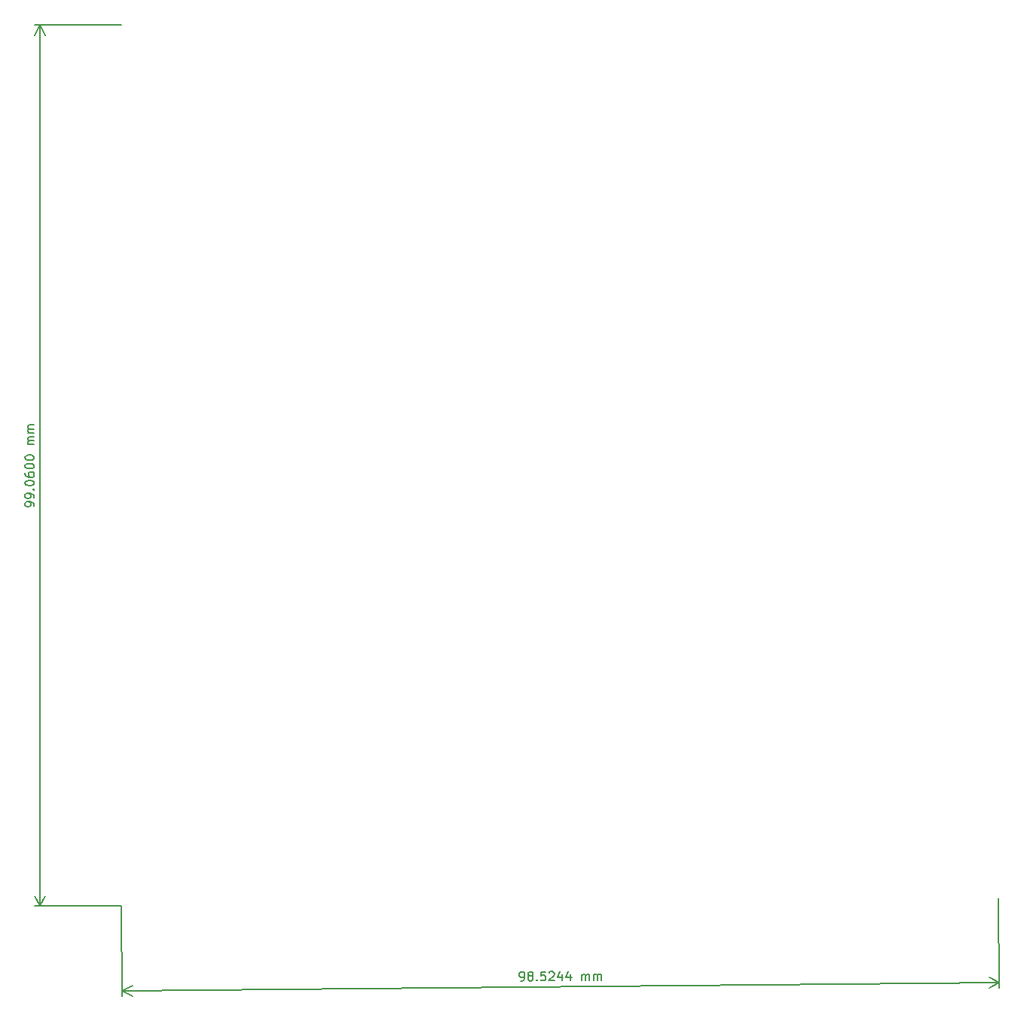
<source format=gbr>
%TF.GenerationSoftware,KiCad,Pcbnew,6.0.7-f9a2dced07~116~ubuntu20.04.1*%
%TF.CreationDate,2022-11-24T17:15:51+00:00*%
%TF.ProjectId,testing_board,74657374-696e-4675-9f62-6f6172642e6b,rev?*%
%TF.SameCoordinates,Original*%
%TF.FileFunction,Other,ECO1*%
%FSLAX46Y46*%
G04 Gerber Fmt 4.6, Leading zero omitted, Abs format (unit mm)*
G04 Created by KiCad (PCBNEW 6.0.7-f9a2dced07~116~ubuntu20.04.1) date 2022-11-24 17:15:51*
%MOMM*%
%LPD*%
G01*
G04 APERTURE LIST*
%ADD10C,0.150000*%
G04 APERTURE END LIST*
D10*
X26964318Y-74363809D02*
X26964318Y-74173333D01*
X26916699Y-74078095D01*
X26869080Y-74030476D01*
X26726223Y-73935238D01*
X26535747Y-73887619D01*
X26154795Y-73887619D01*
X26059557Y-73935238D01*
X26011938Y-73982857D01*
X25964318Y-74078095D01*
X25964318Y-74268571D01*
X26011938Y-74363809D01*
X26059557Y-74411428D01*
X26154795Y-74459047D01*
X26392890Y-74459047D01*
X26488128Y-74411428D01*
X26535747Y-74363809D01*
X26583366Y-74268571D01*
X26583366Y-74078095D01*
X26535747Y-73982857D01*
X26488128Y-73935238D01*
X26392890Y-73887619D01*
X26964318Y-73411428D02*
X26964318Y-73220952D01*
X26916699Y-73125714D01*
X26869080Y-73078095D01*
X26726223Y-72982857D01*
X26535747Y-72935238D01*
X26154795Y-72935238D01*
X26059557Y-72982857D01*
X26011938Y-73030476D01*
X25964318Y-73125714D01*
X25964318Y-73316190D01*
X26011938Y-73411428D01*
X26059557Y-73459047D01*
X26154795Y-73506666D01*
X26392890Y-73506666D01*
X26488128Y-73459047D01*
X26535747Y-73411428D01*
X26583366Y-73316190D01*
X26583366Y-73125714D01*
X26535747Y-73030476D01*
X26488128Y-72982857D01*
X26392890Y-72935238D01*
X26869080Y-72506666D02*
X26916699Y-72459047D01*
X26964318Y-72506666D01*
X26916699Y-72554285D01*
X26869080Y-72506666D01*
X26964318Y-72506666D01*
X25964318Y-71840000D02*
X25964318Y-71744761D01*
X26011938Y-71649523D01*
X26059557Y-71601904D01*
X26154795Y-71554285D01*
X26345271Y-71506666D01*
X26583366Y-71506666D01*
X26773842Y-71554285D01*
X26869080Y-71601904D01*
X26916699Y-71649523D01*
X26964318Y-71744761D01*
X26964318Y-71840000D01*
X26916699Y-71935238D01*
X26869080Y-71982857D01*
X26773842Y-72030476D01*
X26583366Y-72078095D01*
X26345271Y-72078095D01*
X26154795Y-72030476D01*
X26059557Y-71982857D01*
X26011938Y-71935238D01*
X25964318Y-71840000D01*
X25964318Y-70649523D02*
X25964318Y-70840000D01*
X26011938Y-70935238D01*
X26059557Y-70982857D01*
X26202414Y-71078095D01*
X26392890Y-71125714D01*
X26773842Y-71125714D01*
X26869080Y-71078095D01*
X26916699Y-71030476D01*
X26964318Y-70935238D01*
X26964318Y-70744761D01*
X26916699Y-70649523D01*
X26869080Y-70601904D01*
X26773842Y-70554285D01*
X26535747Y-70554285D01*
X26440509Y-70601904D01*
X26392890Y-70649523D01*
X26345271Y-70744761D01*
X26345271Y-70935238D01*
X26392890Y-71030476D01*
X26440509Y-71078095D01*
X26535747Y-71125714D01*
X25964318Y-69935238D02*
X25964318Y-69840000D01*
X26011938Y-69744761D01*
X26059557Y-69697142D01*
X26154795Y-69649523D01*
X26345271Y-69601904D01*
X26583366Y-69601904D01*
X26773842Y-69649523D01*
X26869080Y-69697142D01*
X26916699Y-69744761D01*
X26964318Y-69840000D01*
X26964318Y-69935238D01*
X26916699Y-70030476D01*
X26869080Y-70078095D01*
X26773842Y-70125714D01*
X26583366Y-70173333D01*
X26345271Y-70173333D01*
X26154795Y-70125714D01*
X26059557Y-70078095D01*
X26011938Y-70030476D01*
X25964318Y-69935238D01*
X25964318Y-68982857D02*
X25964318Y-68887619D01*
X26011938Y-68792380D01*
X26059557Y-68744761D01*
X26154795Y-68697142D01*
X26345271Y-68649523D01*
X26583366Y-68649523D01*
X26773842Y-68697142D01*
X26869080Y-68744761D01*
X26916699Y-68792380D01*
X26964318Y-68887619D01*
X26964318Y-68982857D01*
X26916699Y-69078095D01*
X26869080Y-69125714D01*
X26773842Y-69173333D01*
X26583366Y-69220952D01*
X26345271Y-69220952D01*
X26154795Y-69173333D01*
X26059557Y-69125714D01*
X26011938Y-69078095D01*
X25964318Y-68982857D01*
X26964318Y-67459047D02*
X26297652Y-67459047D01*
X26392890Y-67459047D02*
X26345271Y-67411428D01*
X26297652Y-67316190D01*
X26297652Y-67173333D01*
X26345271Y-67078095D01*
X26440509Y-67030476D01*
X26964318Y-67030476D01*
X26440509Y-67030476D02*
X26345271Y-66982857D01*
X26297652Y-66887619D01*
X26297652Y-66744761D01*
X26345271Y-66649523D01*
X26440509Y-66601904D01*
X26964318Y-66601904D01*
X26964318Y-66125714D02*
X26297652Y-66125714D01*
X26392890Y-66125714D02*
X26345271Y-66078095D01*
X26297652Y-65982857D01*
X26297652Y-65840000D01*
X26345271Y-65744761D01*
X26440509Y-65697142D01*
X26964318Y-65697142D01*
X26440509Y-65697142D02*
X26345271Y-65649523D01*
X26297652Y-65554285D01*
X26297652Y-65411428D01*
X26345271Y-65316190D01*
X26440509Y-65268571D01*
X26964318Y-65268571D01*
X36800000Y-20310000D02*
X27075518Y-20310000D01*
X36800000Y-119370000D02*
X27075518Y-119370000D01*
X27661938Y-20310000D02*
X27661938Y-119370000D01*
X27661938Y-20310000D02*
X27661938Y-119370000D01*
X27661938Y-20310000D02*
X27075517Y-21436504D01*
X27661938Y-20310000D02*
X28248359Y-21436504D01*
X27661938Y-119370000D02*
X28248359Y-118243496D01*
X27661938Y-119370000D02*
X27075517Y-118243496D01*
X81619295Y-127770117D02*
X81809762Y-127768319D01*
X81904547Y-127719803D01*
X81951714Y-127671737D01*
X82045600Y-127527987D01*
X82091419Y-127337070D01*
X82087823Y-126956134D01*
X82039307Y-126861350D01*
X81991240Y-126814182D01*
X81895557Y-126767464D01*
X81705089Y-126769262D01*
X81610305Y-126817778D01*
X81563137Y-126865845D01*
X81516419Y-126961528D01*
X81518667Y-127199613D01*
X81567183Y-127294397D01*
X81615249Y-127341565D01*
X81710933Y-127388282D01*
X81901400Y-127386484D01*
X81996185Y-127337969D01*
X82043352Y-127289902D01*
X82090070Y-127194219D01*
X82661473Y-127188825D02*
X82565790Y-127142107D01*
X82517723Y-127094940D01*
X82469208Y-127000155D01*
X82468758Y-126952538D01*
X82515476Y-126856855D01*
X82562643Y-126808789D01*
X82657428Y-126760273D01*
X82847895Y-126758475D01*
X82943579Y-126805193D01*
X82991645Y-126852360D01*
X83040161Y-126947144D01*
X83040611Y-126994761D01*
X82993893Y-127090445D01*
X82946725Y-127138511D01*
X82851941Y-127187027D01*
X82661473Y-127188825D01*
X82566689Y-127237341D01*
X82519521Y-127285407D01*
X82472803Y-127381091D01*
X82474601Y-127571558D01*
X82523117Y-127666343D01*
X82571184Y-127713510D01*
X82666867Y-127760228D01*
X82857335Y-127758430D01*
X82952119Y-127709914D01*
X82999287Y-127661848D01*
X83046004Y-127566164D01*
X83044207Y-127375697D01*
X82995691Y-127280912D01*
X82947624Y-127233745D01*
X82851941Y-127187027D01*
X83475456Y-127657353D02*
X83523522Y-127704520D01*
X83476355Y-127752587D01*
X83428288Y-127705419D01*
X83475456Y-127657353D01*
X83476355Y-127752587D01*
X84419254Y-126743641D02*
X83943085Y-126748136D01*
X83899963Y-127224755D01*
X83947130Y-127176689D01*
X84041915Y-127128173D01*
X84279999Y-127125925D01*
X84375683Y-127172643D01*
X84423749Y-127219811D01*
X84472265Y-127314595D01*
X84474512Y-127552680D01*
X84427794Y-127648363D01*
X84380627Y-127696429D01*
X84285843Y-127744945D01*
X84047758Y-127747193D01*
X83952075Y-127700475D01*
X83904008Y-127653307D01*
X84848705Y-126834830D02*
X84895873Y-126786764D01*
X84990657Y-126738248D01*
X85228742Y-126736000D01*
X85324425Y-126782718D01*
X85372492Y-126829886D01*
X85421007Y-126924670D01*
X85421906Y-127019904D01*
X85375638Y-127163204D01*
X84809629Y-127740001D01*
X85428649Y-127734158D01*
X86279461Y-127059430D02*
X86285753Y-127726067D01*
X86037780Y-126680742D02*
X85806438Y-127397243D01*
X86425458Y-127391400D01*
X87231799Y-127050440D02*
X87238092Y-127717077D01*
X86990119Y-126671752D02*
X86758776Y-127388253D01*
X87377796Y-127382410D01*
X88523749Y-127704941D02*
X88517456Y-127038304D01*
X88518355Y-127133538D02*
X88565523Y-127085471D01*
X88660307Y-127036955D01*
X88803158Y-127035607D01*
X88898841Y-127082325D01*
X88947357Y-127177109D01*
X88952301Y-127700895D01*
X88947357Y-127177109D02*
X88994075Y-127081426D01*
X89088859Y-127032910D01*
X89231710Y-127031561D01*
X89327393Y-127078279D01*
X89375909Y-127173064D01*
X89380854Y-127696850D01*
X89857023Y-127692355D02*
X89850730Y-127025718D01*
X89851629Y-127120952D02*
X89898796Y-127072886D01*
X89993581Y-127024370D01*
X90136432Y-127023021D01*
X90232115Y-127069739D01*
X90280631Y-127164523D01*
X90285575Y-127688310D01*
X90280631Y-127164523D02*
X90327349Y-127068840D01*
X90422133Y-127020324D01*
X90564984Y-127018976D01*
X90660667Y-127065694D01*
X90709183Y-127160478D01*
X90714128Y-127684264D01*
X135320000Y-118480000D02*
X135415024Y-128546398D01*
X36800000Y-119410000D02*
X36895024Y-129476398D01*
X135409488Y-127960004D02*
X36889488Y-128890004D01*
X135409488Y-127960004D02*
X36889488Y-128890004D01*
X135409488Y-127960004D02*
X134277499Y-127384243D01*
X135409488Y-127960004D02*
X134288570Y-128557032D01*
X36889488Y-128890004D02*
X38021477Y-129465765D01*
X36889488Y-128890004D02*
X38010406Y-128292976D01*
M02*

</source>
